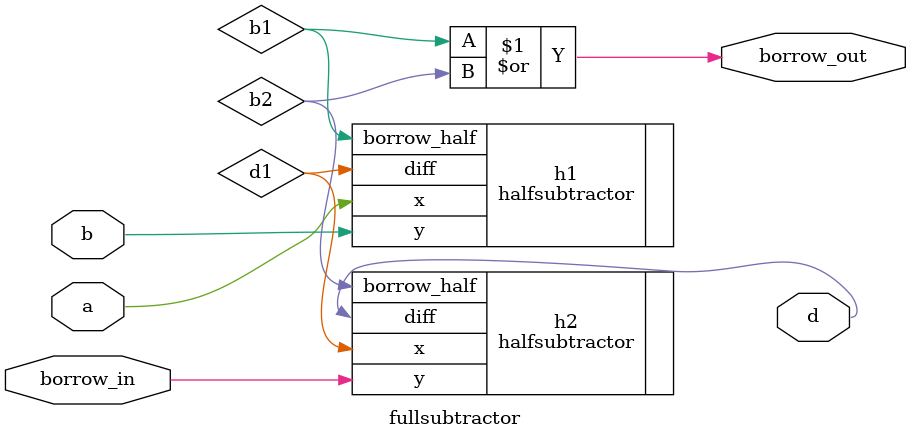
<source format=v>
module fullsubtractor(
input a,
input b,
input borrow_in,
output d,
output borrow_out
);
	wire d1,b1,b2;
	
	halfsubtractor h1(
	.x(a),
	.y(b),
	.diff(d1),
	.borrow_half(b1)
	);
	
	halfsubtractor h2(
	.x(d1),
	.y(borrow_in),
	.diff(d),
	.borrow_half(b2)
	);
	
	or g1(borrow_out,b1,b2);
	
endmodule
</source>
